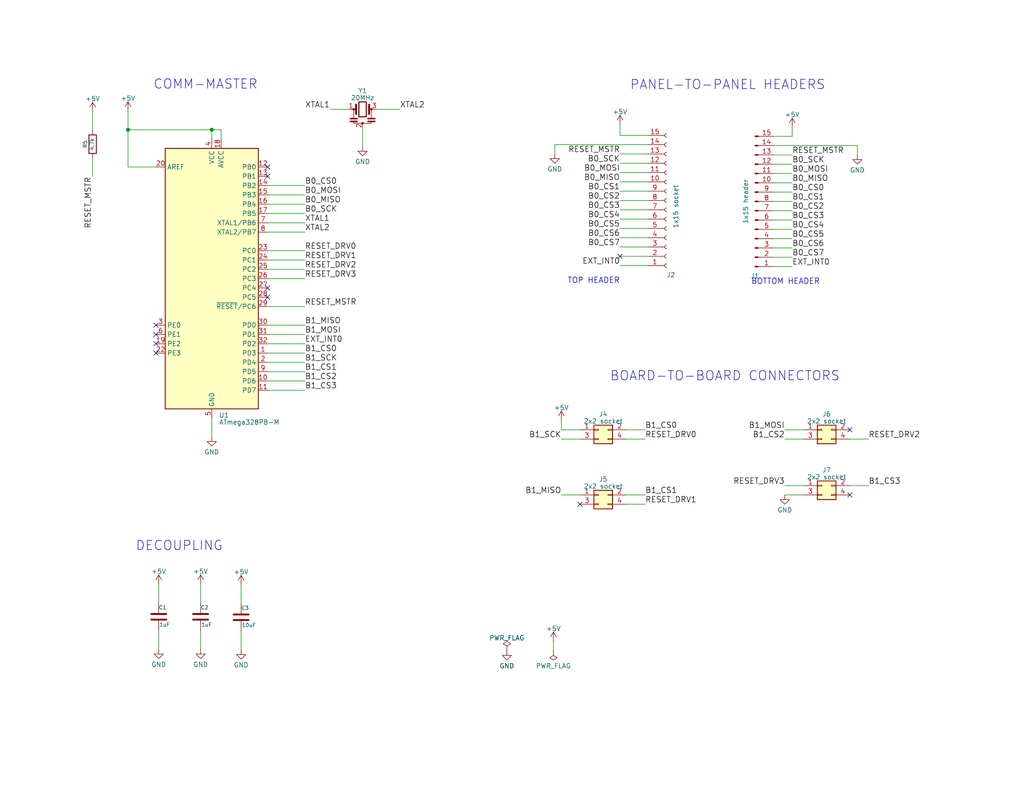
<source format=kicad_sch>
(kicad_sch (version 20250114) (generator "eeschema") (generator_version "9.0")
  (paper "USLetter")
  (title_block (title "G4.1 Comm Board") (date "2024-07-29") (rev "0.6.3") (company "Reiser Lab @ Janelia"))
  (lib_symbols
    (symbol "Connector:Conn_01x15_Pin" (pin_names (offset 1.016) (hide yes))
      (property "Reference" "J" (at 0 20.32 0))
      (property "Value" "Conn_01x15_Pin" (at 0 -20.32 0))
      (symbol "Conn_01x15_Pin_1_1"
        (rectangle (start 0.8636 17.907) (end 0 17.653) (stroke (width 0.1524)) (fill (type outline)))
        (rectangle (start 0.8636 15.367) (end 0 15.113) (stroke (width 0.1524)) (fill (type outline)))
        (rectangle (start 0.8636 12.827) (end 0 12.573) (stroke (width 0.1524)) (fill (type outline)))
        (rectangle (start 0.8636 10.287) (end 0 10.033) (stroke (width 0.1524)) (fill (type outline)))
        (rectangle (start 0.8636 7.747) (end 0 7.493) (stroke (width 0.1524)) (fill (type outline)))
        (rectangle (start 0.8636 5.207) (end 0 4.953) (stroke (width 0.1524)) (fill (type outline)))
        (rectangle (start 0.8636 2.667) (end 0 2.413) (stroke (width 0.1524)) (fill (type outline)))
        (rectangle (start 0.8636 0.127) (end 0 -0.127) (stroke (width 0.1524)) (fill (type outline)))
        (rectangle (start 0.8636 -2.413) (end 0 -2.667) (stroke (width 0.1524)) (fill (type outline)))
        (rectangle (start 0.8636 -4.953) (end 0 -5.207) (stroke (width 0.1524)) (fill (type outline)))
        (rectangle (start 0.8636 -7.493) (end 0 -7.747) (stroke (width 0.1524)) (fill (type outline)))
        (rectangle (start 0.8636 -10.033) (end 0 -10.287) (stroke (width 0.1524)) (fill (type outline)))
        (rectangle (start 0.8636 -12.573) (end 0 -12.827) (stroke (width 0.1524)) (fill (type outline)))
        (rectangle (start 0.8636 -15.113) (end 0 -15.367) (stroke (width 0.1524)) (fill (type outline)))
        (rectangle (start 0.8636 -17.653) (end 0 -17.907) (stroke (width 0.1524)) (fill (type outline)))
        (polyline (pts (xy 1.27 17.78) (xy 0.8636 17.78)) (stroke (width 0.1524)))
        (polyline (pts (xy 1.27 15.24) (xy 0.8636 15.24)) (stroke (width 0.1524)))
        (polyline (pts (xy 1.27 12.7) (xy 0.8636 12.7)) (stroke (width 0.1524)))
        (polyline (pts (xy 1.27 10.16) (xy 0.8636 10.16)) (stroke (width 0.1524)))
        (polyline (pts (xy 1.27 7.62) (xy 0.8636 7.62)) (stroke (width 0.1524)))
        (polyline (pts (xy 1.27 5.08) (xy 0.8636 5.08)) (stroke (width 0.1524)))
        (polyline (pts (xy 1.27 2.54) (xy 0.8636 2.54)) (stroke (width 0.1524)))
        (polyline (pts (xy 1.27 0) (xy 0.8636 0)) (stroke (width 0.1524)))
        (polyline (pts (xy 1.27 -2.54) (xy 0.8636 -2.54)) (stroke (width 0.1524)))
        (polyline (pts (xy 1.27 -5.08) (xy 0.8636 -5.08)) (stroke (width 0.1524)))
        (polyline (pts (xy 1.27 -7.62) (xy 0.8636 -7.62)) (stroke (width 0.1524)))
        (polyline (pts (xy 1.27 -10.16) (xy 0.8636 -10.16)) (stroke (width 0.1524)))
        (polyline (pts (xy 1.27 -12.7) (xy 0.8636 -12.7)) (stroke (width 0.1524)))
        (polyline (pts (xy 1.27 -15.24) (xy 0.8636 -15.24)) (stroke (width 0.1524)))
        (polyline (pts (xy 1.27 -17.78) (xy 0.8636 -17.78)) (stroke (width 0.1524)))
        (pin passive line (at 5.08 17.78 180) (length 3.81) (name "Pin_1") (number "1"))
        (pin passive line (at 5.08 15.24 180) (length 3.81) (name "Pin_2") (number "2"))
        (pin passive line (at 5.08 12.7 180) (length 3.81) (name "Pin_3") (number "3"))
        (pin passive line (at 5.08 10.16 180) (length 3.81) (name "Pin_4") (number "4"))
        (pin passive line (at 5.08 7.62 180) (length 3.81) (name "Pin_5") (number "5"))
        (pin passive line (at 5.08 5.08 180) (length 3.81) (name "Pin_6") (number "6"))
        (pin passive line (at 5.08 2.54 180) (length 3.81) (name "Pin_7") (number "7"))
        (pin passive line (at 5.08 0 180) (length 3.81) (name "Pin_8") (number "8"))
        (pin passive line (at 5.08 -2.54 180) (length 3.81) (name "Pin_9") (number "9"))
        (pin passive line (at 5.08 -5.08 180) (length 3.81) (name "Pin_10") (number "10"))
        (pin passive line (at 5.08 -7.62 180) (length 3.81) (name "Pin_11") (number "11"))
        (pin passive line (at 5.08 -10.16 180) (length 3.81) (name "Pin_12") (number "12"))
        (pin passive line (at 5.08 -12.7 180) (length 3.81) (name "Pin_13") (number "13"))
        (pin passive line (at 5.08 -15.24 180) (length 3.81) (name "Pin_14") (number "14"))
        (pin passive line (at 5.08 -17.78 180) (length 3.81) (name "Pin_15") (number "15"))
      )
    )
    (symbol "Connector:Conn_01x15_Socket" (pin_names (offset 1.016) (hide yes))
      (property "Reference" "J" (at 0 20.32 0))
      (property "Value" "Conn_01x15_Socket" (at 0 -20.32 0))
      (symbol "Conn_01x15_Socket_1_1"
        (polyline (pts (xy -1.27 17.78) (xy -0.508 17.78)) (stroke (width 0.1524)))
        (polyline (pts (xy -1.27 15.24) (xy -0.508 15.24)) (stroke (width 0.1524)))
        (polyline (pts (xy -1.27 12.7) (xy -0.508 12.7)) (stroke (width 0.1524)))
        (polyline (pts (xy -1.27 10.16) (xy -0.508 10.16)) (stroke (width 0.1524)))
        (polyline (pts (xy -1.27 7.62) (xy -0.508 7.62)) (stroke (width 0.1524)))
        (polyline (pts (xy -1.27 5.08) (xy -0.508 5.08)) (stroke (width 0.1524)))
        (polyline (pts (xy -1.27 2.54) (xy -0.508 2.54)) (stroke (width 0.1524)))
        (polyline (pts (xy -1.27 0) (xy -0.508 0)) (stroke (width 0.1524)))
        (polyline (pts (xy -1.27 -2.54) (xy -0.508 -2.54)) (stroke (width 0.1524)))
        (polyline (pts (xy -1.27 -5.08) (xy -0.508 -5.08)) (stroke (width 0.1524)))
        (polyline (pts (xy -1.27 -7.62) (xy -0.508 -7.62)) (stroke (width 0.1524)))
        (polyline (pts (xy -1.27 -10.16) (xy -0.508 -10.16)) (stroke (width 0.1524)))
        (polyline (pts (xy -1.27 -12.7) (xy -0.508 -12.7)) (stroke (width 0.1524)))
        (polyline (pts (xy -1.27 -15.24) (xy -0.508 -15.24)) (stroke (width 0.1524)))
        (polyline (pts (xy -1.27 -17.78) (xy -0.508 -17.78)) (stroke (width 0.1524)))
        (arc (start 0 17.272) (mid -0.5058 17.78) (end 0 18.288) (stroke (width 0.1524)))
        (arc (start 0 14.732) (mid -0.5058 15.24) (end 0 15.748) (stroke (width 0.1524)))
        (arc (start 0 12.192) (mid -0.5058 12.7) (end 0 13.208) (stroke (width 0.1524)))
        (arc (start 0 9.652) (mid -0.5058 10.16) (end 0 10.668) (stroke (width 0.1524)))
        (arc (start 0 7.112) (mid -0.5058 7.62) (end 0 8.128) (stroke (width 0.1524)))
        (arc (start 0 4.572) (mid -0.5058 5.08) (end 0 5.588) (stroke (width 0.1524)))
        (arc (start 0 2.032) (mid -0.5058 2.54) (end 0 3.048) (stroke (width 0.1524)))
        (arc (start 0 -0.508) (mid -0.5058 0) (end 0 0.508) (stroke (width 0.1524)))
        (arc (start 0 -3.048) (mid -0.5058 -2.54) (end 0 -2.032) (stroke (width 0.1524)))
        (arc (start 0 -5.588) (mid -0.5058 -5.08) (end 0 -4.572) (stroke (width 0.1524)))
        (arc (start 0 -8.128) (mid -0.5058 -7.62) (end 0 -7.112) (stroke (width 0.1524)))
        (arc (start 0 -10.668) (mid -0.5058 -10.16) (end 0 -9.652) (stroke (width 0.1524)))
        (arc (start 0 -13.208) (mid -0.5058 -12.7) (end 0 -12.192) (stroke (width 0.1524)))
        (arc (start 0 -15.748) (mid -0.5058 -15.24) (end 0 -14.732) (stroke (width 0.1524)))
        (arc (start 0 -18.288) (mid -0.5058 -17.78) (end 0 -17.272) (stroke (width 0.1524)))
        (pin passive line (at -5.08 17.78 0) (length 3.81) (name "Pin_1") (number "1"))
        (pin passive line (at -5.08 15.24 0) (length 3.81) (name "Pin_2") (number "2"))
        (pin passive line (at -5.08 12.7 0) (length 3.81) (name "Pin_3") (number "3"))
        (pin passive line (at -5.08 10.16 0) (length 3.81) (name "Pin_4") (number "4"))
        (pin passive line (at -5.08 7.62 0) (length 3.81) (name "Pin_5") (number "5"))
        (pin passive line (at -5.08 5.08 0) (length 3.81) (name "Pin_6") (number "6"))
        (pin passive line (at -5.08 2.54 0) (length 3.81) (name "Pin_7") (number "7"))
        (pin passive line (at -5.08 0 0) (length 3.81) (name "Pin_8") (number "8"))
        (pin passive line (at -5.08 -2.54 0) (length 3.81) (name "Pin_9") (number "9"))
        (pin passive line (at -5.08 -5.08 0) (length 3.81) (name "Pin_10") (number "10"))
        (pin passive line (at -5.08 -7.62 0) (length 3.81) (name "Pin_11") (number "11"))
        (pin passive line (at -5.08 -10.16 0) (length 3.81) (name "Pin_12") (number "12"))
        (pin passive line (at -5.08 -12.7 0) (length 3.81) (name "Pin_13") (number "13"))
        (pin passive line (at -5.08 -15.24 0) (length 3.81) (name "Pin_14") (number "14"))
        (pin passive line (at -5.08 -17.78 0) (length 3.81) (name "Pin_15") (number "15"))
      )
    )
    (symbol "Connector_Generic:Conn_02x02_Odd_Even" (pin_names (offset 1.016) (hide yes))
      (property "Reference" "J" (at 1.27 2.54 0))
      (property "Value" "Conn_02x02_Odd_Even" (at 1.27 -5.08 0))
      (symbol "Conn_02x02_Odd_Even_1_1"
        (rectangle (start -1.27 1.27) (end 3.81 -3.81) (stroke (width 0.254)) (fill (type background)))
        (rectangle (start -1.27 0.127) (end 0 -0.127) (stroke (width 0.1524)))
        (rectangle (start -1.27 -2.413) (end 0 -2.667) (stroke (width 0.1524)))
        (rectangle (start 3.81 0.127) (end 2.54 -0.127) (stroke (width 0.1524)))
        (rectangle (start 3.81 -2.413) (end 2.54 -2.667) (stroke (width 0.1524)))
        (pin passive line (at -5.08 0 0) (length 3.81) (name "Pin_1") (number "1"))
        (pin passive line (at -5.08 -2.54 0) (length 3.81) (name "Pin_3") (number "3"))
        (pin passive line (at 7.62 0 180) (length 3.81) (name "Pin_2") (number "2"))
        (pin passive line (at 7.62 -2.54 180) (length 3.81) (name "Pin_4") (number "4"))
      )
    )
    (symbol "Device:C" (pin_numbers (hide yes)) (pin_names (offset 0.254))
      (property "Reference" "C" (at 0.635 2.54 0))
      (property "Value" "C" (at 0.635 -2.54 0))
      (symbol "C_0_1"
        (polyline (pts (xy -2.032 0.762) (xy 2.032 0.762)) (stroke (width 0.508)))
        (polyline (pts (xy -2.032 -0.762) (xy 2.032 -0.762)) (stroke (width 0.508)))
      )
      (symbol "C_1_1"
        (pin passive line (at 0 3.81 270) (length 2.794) (name "~") (number "1"))
        (pin passive line (at 0 -3.81 90) (length 2.794) (name "~") (number "2"))
      )
    )
    (symbol "Device:R" (pin_numbers (hide yes)) (pin_names (offset 0))
      (property "Reference" "R" (at 2.032 0 90))
      (property "Value" "R" (at 0 0 90))
      (symbol "R_0_1"
        (rectangle (start -1.016 -2.54) (end 1.016 2.54) (stroke (width 0.254)))
      )
      (symbol "R_1_1"
        (pin passive line (at 0 3.81 270) (length 1.27) (name "~") (number "1"))
        (pin passive line (at 0 -3.81 90) (length 1.27) (name "~") (number "2"))
      )
    )
    (symbol "Device:Resonator" (pin_names (offset 1.016) (hide yes))
      (property "Reference" "Y" (at 0 5.715 0))
      (property "Value" "Resonator" (at 0 3.81 0))
      (symbol "Resonator_0_1"
        (rectangle (start -3.429 -2.413) (end -1.397 -2.667) (fill (type outline)))
        (rectangle (start -3.429 -3.175) (end -1.397 -3.429) (fill (type outline)))
        (circle (center -2.413 0) (radius 0.254) (fill (type outline)))
        (polyline (pts (xy -2.413 -2.413) (xy -2.413 0)))
        (polyline (pts (xy -1.905 0) (xy -3.175 0)))
        (polyline (pts (xy -1.778 -1.27) (xy -1.778 1.27)) (stroke (width 0.508)))
        (rectangle (start -1.016 2.032) (end 1.016 -2.032) (stroke (width 0.3048)))
        (circle (center 0 -3.81) (radius 0.254) (fill (type outline)))
        (rectangle (start 1.397 -2.413) (end 3.429 -2.667) (fill (type outline)))
        (rectangle (start 1.397 -3.175) (end 3.429 -3.429) (fill (type outline)))
        (polyline (pts (xy 1.778 -1.27) (xy 1.778 1.27)) (stroke (width 0.508)))
        (polyline (pts (xy 1.905 0) (xy 2.54 0)))
        (polyline (pts (xy 2.413 0) (xy 2.413 -2.54)))
        (circle (center 2.413 0) (radius 0.254) (fill (type outline)))
        (polyline (pts (xy 2.413 -3.302) (xy 2.413 -3.81) (xy -2.413 -3.81) (xy -2.413 -3.302)))
      )
      (symbol "Resonator_1_1"
        (pin passive line (at -3.81 0 0) (length 1.27) (name "1") (number "1"))
        (pin passive line (at 0 -5.08 90) (length 1.27) (name "2") (number "2"))
        (pin passive line (at 3.81 0 180) (length 1.27) (name "3") (number "3"))
      )
    )
    (symbol "MCU_Microchip_ATmega:ATmega328PB-M"
      (property "Reference" "U" (at -12.7 36.83 0))
      (property "Value" "ATmega328PB-M" (at 2.54 -36.83 0))
      (symbol "ATmega328PB-M_0_1"
        (rectangle (start -12.7 -35.56) (end 12.7 35.56) (stroke (width 0.254)) (fill (type background)))
      )
      (symbol "ATmega328PB-M_1_1"
        (pin passive line (at -15.24 30.48 0) (length 2.54) (name "AREF") (number "20"))
        (pin bidirectional line (at -15.24 -12.7 0) (length 2.54) (name "PE0") (number "3"))
        (pin bidirectional line (at -15.24 -15.24 0) (length 2.54) (name "PE1") (number "6"))
        (pin bidirectional line (at -15.24 -17.78 0) (length 2.54) (name "PE2") (number "19"))
        (pin bidirectional line (at -15.24 -20.32 0) (length 2.54) (name "PE3") (number "22"))
        (pin power_in line (at 0 38.1 270) (length 2.54) (name "VCC") (number "4"))
        (pin passive line (at 0 -38.1 90) (length 2.54) (hide yes) (name "GND") (number "21"))
        (pin passive line (at 0 -38.1 90) (length 2.54) (hide yes) (name "GND") (number "33"))
        (pin power_in line (at 0 -38.1 90) (length 2.54) (name "GND") (number "5"))
        (pin power_in line (at 2.54 38.1 270) (length 2.54) (name "AVCC") (number "18"))
        (pin bidirectional line (at 15.24 30.48 180) (length 2.54) (name "PB0") (number "12"))
        (pin bidirectional line (at 15.24 27.94 180) (length 2.54) (name "PB1") (number "13"))
        (pin bidirectional line (at 15.24 25.4 180) (length 2.54) (name "PB2") (number "14"))
        (pin bidirectional line (at 15.24 22.86 180) (length 2.54) (name "PB3") (number "15"))
        (pin bidirectional line (at 15.24 20.32 180) (length 2.54) (name "PB4") (number "16"))
        (pin bidirectional line (at 15.24 17.78 180) (length 2.54) (name "PB5") (number "17"))
        (pin bidirectional line (at 15.24 15.24 180) (length 2.54) (name "XTAL1/PB6") (number "7"))
        (pin bidirectional line (at 15.24 12.7 180) (length 2.54) (name "XTAL2/PB7") (number "8"))
        (pin bidirectional line (at 15.24 7.62 180) (length 2.54) (name "PC0") (number "23"))
        (pin bidirectional line (at 15.24 5.08 180) (length 2.54) (name "PC1") (number "24"))
        (pin bidirectional line (at 15.24 2.54 180) (length 2.54) (name "PC2") (number "25"))
        (pin bidirectional line (at 15.24 0 180) (length 2.54) (name "PC3") (number "26"))
        (pin bidirectional line (at 15.24 -2.54 180) (length 2.54) (name "PC4") (number "27"))
        (pin bidirectional line (at 15.24 -5.08 180) (length 2.54) (name "PC5") (number "28"))
        (pin bidirectional line (at 15.24 -7.62 180) (length 2.54) (name "~{RESET}/PC6") (number "29"))
        (pin bidirectional line (at 15.24 -12.7 180) (length 2.54) (name "PD0") (number "30"))
        (pin bidirectional line (at 15.24 -15.24 180) (length 2.54) (name "PD1") (number "31"))
        (pin bidirectional line (at 15.24 -17.78 180) (length 2.54) (name "PD2") (number "32"))
        (pin bidirectional line (at 15.24 -20.32 180) (length 2.54) (name "PD3") (number "1"))
        (pin bidirectional line (at 15.24 -22.86 180) (length 2.54) (name "PD4") (number "2"))
        (pin bidirectional line (at 15.24 -25.4 180) (length 2.54) (name "PD5") (number "9"))
        (pin bidirectional line (at 15.24 -27.94 180) (length 2.54) (name "PD6") (number "10"))
        (pin bidirectional line (at 15.24 -30.48 180) (length 2.54) (name "PD7") (number "11"))
      )
    )
    (symbol "power:+5V" (power) (pin_names (offset 0))
      (property "Value" "+5V" (at 0 3.556 0))
      (symbol "+5V_0_1"
        (polyline (pts (xy -0.762 1.27) (xy 0 2.54)))
        (polyline (pts (xy 0 2.54) (xy 0.762 1.27)))
        (polyline (pts (xy 0 0) (xy 0 2.54)))
      )
      (symbol "+5V_1_1"
        (pin power_in line (at 0 0 90) (length 0) (hide yes) (name "+5V") (number "1"))
      )
    )
    (symbol "power:GND" (power) (pin_names (offset 0))
      (property "Value" "GND" (at 0 -3.81 0))
      (symbol "GND_0_1"
        (polyline (pts (xy 0 0) (xy 0 -1.27) (xy 1.27 -1.27) (xy 0 -2.54) (xy -1.27 -1.27) (xy 0 -1.27)))
      )
      (symbol "GND_1_1"
        (pin power_in line (at 0 0 270) (length 0) (hide yes) (name "GND") (number "1"))
      )
    )
    (symbol "power:PWR_FLAG" (power) (pin_numbers (hide yes)) (pin_names (offset 0) (hide yes))
      (property "Value" "PWR_FLAG" (at 0 3.81 0))
      (symbol "PWR_FLAG_0_0"
        (pin power_out line (at 0 0 90) (length 0) (name "pwr") (number "1"))
      )
      (symbol "PWR_FLAG_0_1"
        (polyline (pts (xy 0 0) (xy 0 1.27) (xy -1.016 1.905) (xy 0 2.54) (xy 1.016 1.905) (xy 0 1.27)))
      )
    )
  )
  (text "PANEL-TO-PANEL HEADERS" (at 171.831 24.765 0) (effects (font (size 2.54 2.54)) (justify left bottom)))
  (text "TOP HEADER" (at 169.164 77.597 0) (effects (font (size 1.524 1.524)) (justify right bottom)))
  (text "COMM-MASTER" (at 41.783 24.638 0) (effects (font (size 2.54 2.54)) (justify left bottom)))
  (text "DECOUPLING" (at 36.957 150.622 0) (effects (font (size 2.54 2.54)) (justify left bottom)))
  (text "BOTTOM HEADER" (at 223.774 77.851 0) (effects (font (size 1.524 1.524)) (justify right bottom)))
  (text "BOARD-TO-BOARD CONNECTORS" (at 166.37 104.267 0) (effects (font (size 2.54 2.54)) (justify left bottom)))
  (junction (at 57.785 35.433))
  (junction (at 34.925 35.433))
  (no_connect (at 169.164 69.977))
  (no_connect (at 73.025 48.133))
  (no_connect (at 231.902 135.128))
  (no_connect (at 158.242 137.668))
  (no_connect (at 231.902 117.348))
  (no_connect (at 42.545 96.393))
  (no_connect (at 42.545 93.853))
  (no_connect (at 73.025 78.613))
  (no_connect (at 73.025 81.153))
  (no_connect (at 42.545 88.773))
  (no_connect (at 73.025 45.593))
  (no_connect (at 42.545 91.313))
  (wire (pts (xy 211.074 37.211) (xy 216.154 37.211)))
  (wire (pts (xy 211.074 52.451) (xy 216.154 52.451)))
  (wire (pts (xy 42.545 45.593) (xy 34.925 45.593)))
  (wire (pts (xy 216.154 34.798) (xy 216.154 37.211)))
  (wire (pts (xy 169.164 72.517) (xy 176.784 72.517)))
  (wire (pts (xy 98.933 34.925) (xy 98.933 40.005)))
  (wire (pts (xy 211.074 42.291) (xy 216.154 42.291)))
  (wire (pts (xy 54.737 159.512) (xy 54.737 164.592)))
  (wire (pts (xy 151.384 39.497) (xy 176.784 39.497)))
  (wire (pts (xy 57.785 35.433) (xy 60.325 35.433)))
  (wire (pts (xy 73.025 83.693) (xy 83.185 83.693)))
  (wire (pts (xy 169.164 47.117) (xy 176.784 47.117)))
  (wire (pts (xy 214.122 132.588) (xy 219.202 132.588)))
  (wire (pts (xy 169.164 57.277) (xy 176.784 57.277)))
  (wire (pts (xy 73.025 91.313) (xy 83.185 91.313)))
  (wire (pts (xy 211.074 70.231) (xy 216.154 70.231)))
  (wire (pts (xy 153.162 114.808) (xy 153.162 117.348)))
  (wire (pts (xy 170.942 137.668) (xy 176.022 137.668)))
  (wire (pts (xy 169.164 52.197) (xy 176.784 52.197)))
  (wire (pts (xy 211.074 62.611) (xy 216.154 62.611)))
  (wire (pts (xy 153.162 119.888) (xy 158.242 119.888)))
  (wire (pts (xy 214.122 135.128) (xy 219.202 135.128)))
  (wire (pts (xy 73.025 106.553) (xy 83.185 106.553)))
  (wire (pts (xy 211.074 54.991) (xy 216.154 54.991)))
  (wire (pts (xy 65.786 172.339) (xy 65.786 177.419)))
  (wire (pts (xy 73.025 63.373) (xy 83.185 63.373)))
  (wire (pts (xy 43.307 172.212) (xy 43.307 177.292)))
  (wire (pts (xy 214.122 119.888) (xy 219.202 119.888)))
  (wire (pts (xy 169.164 69.977) (xy 176.784 69.977)))
  (wire (pts (xy 73.025 60.833) (xy 83.185 60.833)))
  (wire (pts (xy 169.164 34.036) (xy 169.164 36.957)))
  (wire (pts (xy 57.785 37.973) (xy 57.785 35.433)))
  (wire (pts (xy 73.025 93.853) (xy 83.185 93.853)))
  (wire (pts (xy 73.025 98.933) (xy 83.185 98.933)))
  (wire (pts (xy 211.074 39.751) (xy 233.934 39.751)))
  (wire (pts (xy 231.902 119.888) (xy 236.982 119.888)))
  (wire (pts (xy 151.384 39.497) (xy 151.384 42.037)))
  (wire (pts (xy 73.025 88.773) (xy 83.185 88.773)))
  (wire (pts (xy 102.743 29.845) (xy 109.093 29.845)))
  (wire (pts (xy 73.025 101.473) (xy 83.185 101.473)))
  (wire (pts (xy 170.942 119.888) (xy 176.022 119.888)))
  (wire (pts (xy 158.242 117.348) (xy 153.162 117.348)))
  (wire (pts (xy 233.934 39.751) (xy 233.934 42.291)))
  (wire (pts (xy 211.074 57.531) (xy 216.154 57.531)))
  (wire (pts (xy 169.164 59.817) (xy 176.784 59.817)))
  (wire (pts (xy 169.164 64.897) (xy 176.784 64.897)))
  (wire (pts (xy 25.273 30.48) (xy 25.273 35.56)))
  (wire (pts (xy 34.925 35.433) (xy 34.925 45.593)))
  (wire (pts (xy 60.325 37.973) (xy 60.325 35.433)))
  (wire (pts (xy 169.164 67.437) (xy 176.784 67.437)))
  (wire (pts (xy 73.025 50.673) (xy 83.185 50.673)))
  (wire (pts (xy 231.902 132.588) (xy 236.982 132.588)))
  (wire (pts (xy 25.273 43.18) (xy 25.273 48.26)))
  (wire (pts (xy 169.164 62.357) (xy 176.784 62.357)))
  (wire (pts (xy 169.164 49.657) (xy 176.784 49.657)))
  (wire (pts (xy 169.164 44.577) (xy 176.784 44.577)))
  (wire (pts (xy 65.786 159.639) (xy 65.786 164.719)))
  (wire (pts (xy 169.164 54.737) (xy 176.784 54.737)))
  (wire (pts (xy 34.925 35.433) (xy 57.785 35.433)))
  (wire (pts (xy 153.162 135.128) (xy 158.242 135.128)))
  (wire (pts (xy 170.942 117.348) (xy 176.022 117.348)))
  (wire (pts (xy 214.122 117.348) (xy 219.202 117.348)))
  (wire (pts (xy 73.025 73.533) (xy 83.185 73.533)))
  (wire (pts (xy 211.074 49.911) (xy 216.154 49.911)))
  (wire (pts (xy 73.025 104.013) (xy 83.185 104.013)))
  (wire (pts (xy 211.074 65.151) (xy 216.154 65.151)))
  (wire (pts (xy 90.043 29.845) (xy 95.123 29.845)))
  (wire (pts (xy 57.785 114.173) (xy 57.785 119.253)))
  (wire (pts (xy 73.025 53.213) (xy 83.185 53.213)))
  (wire (pts (xy 73.025 96.393) (xy 83.185 96.393)))
  (wire (pts (xy 73.025 70.993) (xy 83.185 70.993)))
  (wire (pts (xy 43.307 159.512) (xy 43.307 164.592)))
  (wire (pts (xy 211.074 60.071) (xy 216.154 60.071)))
  (wire (pts (xy 73.025 55.753) (xy 83.185 55.753)))
  (wire (pts (xy 211.074 72.771) (xy 216.154 72.771)))
  (wire (pts (xy 73.025 76.073) (xy 83.185 76.073)))
  (wire (pts (xy 73.025 58.293) (xy 83.185 58.293)))
  (wire (pts (xy 170.942 135.128) (xy 176.022 135.128)))
  (wire (pts (xy 169.164 42.037) (xy 176.784 42.037)))
  (wire (pts (xy 169.164 36.957) (xy 176.784 36.957)))
  (wire (pts (xy 211.074 44.831) (xy 216.154 44.831)))
  (wire (pts (xy 54.737 172.212) (xy 54.737 177.292)))
  (wire (pts (xy 34.925 30.353) (xy 34.925 35.433)))
  (wire (pts (xy 151.003 175.133) (xy 151.003 177.673)))
  (wire (pts (xy 211.074 47.371) (xy 216.154 47.371)))
  (wire (pts (xy 211.074 67.691) (xy 216.154 67.691)))
  (wire (pts (xy 73.025 68.453) (xy 83.185 68.453)))
  (label "B0_CS0" (at 83.185 50.673 0) (effects (font (size 1.524 1.524))))
  (label "B0_CS1" (at 169.164 52.197 180) (effects (font (size 1.524 1.524))))
  (label "B0_CS4" (at 169.164 59.817 180) (effects (font (size 1.524 1.524))))
  (label "B0_SCK" (at 216.154 44.831 0) (effects (font (size 1.524 1.524))))
  (label "B0_CS0" (at 216.154 52.451 0) (effects (font (size 1.524 1.524))))
  (label "RESET_DRV1" (at 176.022 137.668 0) (effects (font (size 1.524 1.524))))
  (label "XTAL2" (at 109.093 29.845 0) (effects (font (size 1.524 1.524))))
  (label "B0_CS5" (at 169.164 62.357 180) (effects (font (size 1.524 1.524))))
  (label "XTAL2" (at 83.185 63.373 0) (effects (font (size 1.524 1.524))))
  (label "RESET_DRV3" (at 83.185 76.073 0) (effects (font (size 1.524 1.524))))
  (label "B1_CS0" (at 176.022 117.348 0) (effects (font (size 1.524 1.524))))
  (label "B0_CS2" (at 216.154 57.531 0) (effects (font (size 1.524 1.524))))
  (label "B0_CS1" (at 216.154 54.991 0) (effects (font (size 1.524 1.524))))
  (label "RESET_MSTR" (at 25.273 48.26 270) (effects (font (size 1.524 1.524))))
  (label "RESET_MSTR" (at 83.185 83.693 0) (effects (font (size 1.524 1.524))))
  (label "B0_MOSI" (at 83.185 53.213 0) (effects (font (size 1.524 1.524))))
  (label "B0_MOSI" (at 216.154 47.371 0) (effects (font (size 1.524 1.524))))
  (label "EXT_INT0" (at 83.185 93.853 0) (effects (font (size 1.524 1.524))))
  (label "B1_CS2" (at 83.185 104.013 0) (effects (font (size 1.524 1.524))))
  (label "B1_CS1" (at 176.022 135.128 0) (effects (font (size 1.524 1.524))))
  (label "B0_MISO" (at 169.164 49.657 180) (effects (font (size 1.524 1.524))))
  (label "B0_CS4" (at 216.154 62.611 0) (effects (font (size 1.524 1.524))))
  (label "B0_CS2" (at 169.164 54.737 180) (effects (font (size 1.524 1.524))))
  (label "RESET_DRV0" (at 83.185 68.453 0) (effects (font (size 1.524 1.524))))
  (label "B0_MISO" (at 83.185 55.753 0) (effects (font (size 1.524 1.524))))
  (label "B0_CS6" (at 216.154 67.691 0) (effects (font (size 1.524 1.524))))
  (label "B1_CS2" (at 214.122 119.888 180) (effects (font (size 1.524 1.524))))
  (label "B1_CS3" (at 83.185 106.553 0) (effects (font (size 1.524 1.524))))
  (label "B1_CS1" (at 83.185 101.473 0) (effects (font (size 1.524 1.524))))
  (label "B0_CS7" (at 216.154 70.231 0) (effects (font (size 1.524 1.524))))
  (label "B0_CS5" (at 216.154 65.151 0) (effects (font (size 1.524 1.524))))
  (label "RESET_MSTR" (at 169.164 42.037 180) (effects (font (size 1.524 1.524))))
  (label "RESET_MSTR" (at 216.154 42.291 0) (effects (font (size 1.524 1.524))))
  (label "RESET_DRV1" (at 83.185 70.993 0) (effects (font (size 1.524 1.524))))
  (label "B1_SCK" (at 153.162 119.888 180) (effects (font (size 1.524 1.524))))
  (label "XTAL1" (at 83.185 60.833 0) (effects (font (size 1.524 1.524))))
  (label "B1_CS0" (at 83.185 96.393 0) (effects (font (size 1.524 1.524))))
  (label "B0_SCK" (at 169.164 44.577 180) (effects (font (size 1.524 1.524))))
  (label "B0_CS6" (at 169.164 64.897 180) (effects (font (size 1.524 1.524))))
  (label "B1_MISO" (at 153.162 135.128 180) (effects (font (size 1.524 1.524))))
  (label "XTAL1" (at 90.043 29.845 180) (effects (font (size 1.524 1.524))))
  (label "B0_SCK" (at 83.185 58.293 0) (effects (font (size 1.524 1.524))))
  (label "B0_CS7" (at 169.164 67.437 180) (effects (font (size 1.524 1.524))))
  (label "RESET_DRV0" (at 176.022 119.888 0) (effects (font (size 1.524 1.524))))
  (label "RESET_DRV2" (at 236.982 119.888 0) (effects (font (size 1.524 1.524))))
  (label "B1_SCK" (at 83.185 98.933 0) (effects (font (size 1.524 1.524))))
  (label "B0_MOSI" (at 169.164 47.117 180) (effects (font (size 1.524 1.524))))
  (label "EXT_INT0" (at 216.154 72.771 0) (effects (font (size 1.524 1.524))))
  (label "B1_MOSI" (at 214.122 117.348 180) (effects (font (size 1.524 1.524))))
  (label "B1_MISO" (at 83.185 88.773 0) (effects (font (size 1.524 1.524))))
  (label "B0_MISO" (at 216.154 49.911 0) (effects (font (size 1.524 1.524))))
  (label "B1_MOSI" (at 83.185 91.313 0) (effects (font (size 1.524 1.524))))
  (label "B1_CS3" (at 236.982 132.588 0) (effects (font (size 1.524 1.524))))
  (label "RESET_DRV2" (at 83.185 73.533 0) (effects (font (size 1.524 1.524))))
  (label "B0_CS3" (at 216.154 60.071 0) (effects (font (size 1.524 1.524))))
  (label "RESET_DRV3" (at 214.122 132.588 180) (effects (font (size 1.524 1.524))))
  (label "EXT_INT0" (at 169.164 72.517 180) (effects (font (size 1.524 1.524))))
  (label "B0_CS3" (at 169.164 57.277 180) (effects (font (size 1.524 1.524))))
  (symbol (lib_id "Device:R") (at 25.273 39.37 180) (unit 1)
    (property "Reference" "R5" (at 23.241 39.37 90) (effects (font (size 1.016 1.016))))
    (property "Value" "4.7k" (at 25.0952 39.3954 90) (effects (font (size 1.016 1.016))))
    (property "Footprint" "Resistor_SMD:R_0603_1608Metric" (effects (hide yes)))
    (property "Datasheet" "https://www.yageo.com/upload/media/product/productsearch/datasheet/rchip/PYu-RC_Group_51_RoHS_L_12.pdf" (effects (hide yes)))
    (property "PN" "RC0603JR-074K7L" (effects (hide yes)))
    (property "DigiKey PN" "311-4.7KGRCT-ND" (effects (hide yes)))
    (property "LCSC PN" "C105428" (effects (hide yes)))
  )
  (symbol (lib_id "Device:C") (at 43.307 168.402 0) (unit 1)
    (property "Reference" "C1" (at 43.307 165.862 0) (effects (font (size 1.016 1.016)) (justify left)))
    (property "Value" "1uF" (at 43.4594 170.561 0) (effects (font (size 1.016 1.016)) (justify left)))
    (property "Footprint" "Capacitor_SMD:C_0402_1005Metric" (effects (hide yes)))
    (property "Datasheet" "https://media.digikey.com/pdf/Data%20Sheets/Samsung%20PDFs/CL10B104KO8NNNC_Spec.pdf" (effects (hide yes)))
    (property "PN" "CL10B104KO8NNNC" (effects (hide yes)))
    (property "DigiKey PN" "1276-1067-1-ND" (effects (hide yes)))
    (property "LCSC PN" "C5137499" (effects (hide yes)))
  )
  (symbol (lib_id "Connector_Generic:Conn_02x02_Odd_Even") (at 163.322 135.128 0) (unit 1)
    (property "Reference" "J5" (at 164.592 130.8481 0))
    (property "Value" "2x2 socket" (at 164.592 132.7691 0))
    (property "Footprint" "Connector_PinSocket_2.54mm:PinSocket_2x02_P2.54mm_Vertical" (effects (hide yes)))
    (property "Datasheet" "https://www.te.com/commerce/DocumentDelivery/DDEController?Action=srchrtrv&DocNm=535542&DocType=Customer+Drawing&DocLang=English" (effects (hide yes)))
    (property "PN" "5-535542-2" (effects (hide yes)))
    (property "DigiKey PN" "A125237-ND" (effects (hide yes)))
    (property "LCSC PN" "C718234" (effects (hide yes)))
    (property "LCSC Alternative 2" "C92273" (effects (hide yes)))
  )
  (symbol (lib_id "power:+5V") (at 54.737 159.512 0) (unit 1)
    (property "Reference" "#PWR014" (effects (hide yes)))
    (property "Value" "+5V" (at 54.737 156.0101 0))
  )
  (symbol (lib_id "power:GND") (at 57.785 119.253 0) (unit 1)
    (property "Reference" "#PWR011" (effects (hide yes)))
    (property "Value" "GND" (at 57.785 123.3885 0))
  )
  (symbol (lib_id "power:+5V") (at 216.154 34.798 0) (unit 1)
    (property "Reference" "#PWR06" (effects (hide yes)))
    (property "Value" "+5V" (at 216.154 31.2961 0))
  )
  (symbol (lib_id "Connector:Conn_01x15_Pin") (at 205.994 54.991 0) (mirror x) (unit 1)
    (property "Reference" "J1" (at 205.994 75.311 0))
    (property "Value" "1x15 header" (at 203.454 54.991 90))
    (property "Footprint" "Connector_custom:PinHeader_1x15_P2.54mm_Horizontal" (effects (hide yes)))
    (property "Datasheet" "https://app.adam-tech.com/products/download/data_sheet/201281/ph1rb-xx-ua-data-sheet.pdf" (effects (hide yes)))
    (property "PN" "PH1RB-15-UA" (effects (hide yes)))
    (property "DigiKey PN" "2057-PH1RB-15-UA-ND" (effects (hide yes)))
    (property "Alternative" "S1111EC-15-ND" (effects (hide yes)))
    (property "LCSC PN" "C247916" (effects (hide yes)))
  )
  (symbol (lib_id "power:GND") (at 54.737 177.292 0) (unit 1)
    (property "Reference" "#PWR018" (effects (hide yes)))
    (property "Value" "GND" (at 54.737 181.4275 0))
  )
  (symbol (lib_id "MCU_Microchip_ATmega:ATmega328PB-M") (at 57.785 76.073 0) (unit 1)
    (property "Reference" "U1" (at 59.7409 113.3555 0) (effects (justify left)))
    (property "Value" "ATmega328PB-M" (at 59.7409 115.2765 0) (effects (justify left)))
    (property "Footprint" "Package_DFN_QFN:QFN-32-1EP_5x5mm_P0.5mm_EP3.1x3.1mm" (effects (hide yes)))
    (property "Datasheet" "http://ww1.microchip.com/downloads/en/DeviceDoc/40001906C.pdf" (effects (hide yes)))
    (property "Description" "ATmega328P-MUR  or ATmega328PB-MUR" (effects (hide yes)))
    (property "PN" "ATmega328PB-MUR" (effects (hide yes)))
    (property "DigiKey PN" "ATMEGA328PB-MURCT-ND" (effects (hide yes)))
    (property "LCSC PN" "C2651951" (effects (hide yes)))
  )
  (symbol (lib_id "power:GND") (at 65.786 177.419 0) (unit 1)
    (property "Reference" "#PWR09" (effects (hide yes)))
    (property "Value" "GND" (at 65.786 181.5545 0))
  )
  (symbol (lib_id "Connector_Generic:Conn_02x02_Odd_Even") (at 163.322 117.348 0) (unit 1)
    (property "Reference" "J4" (at 164.592 113.0681 0))
    (property "Value" "2x2 socket" (at 164.592 114.9891 0))
    (property "Footprint" "Connector_PinSocket_2.54mm:PinSocket_2x02_P2.54mm_Vertical" (effects (hide yes)))
    (property "Datasheet" "https://www.te.com/commerce/DocumentDelivery/DDEController?Action=srchrtrv&DocNm=535542&DocType=Customer+Drawing&DocLang=English" (effects (hide yes)))
    (property "PN" "5-535542-2" (effects (hide yes)))
    (property "DigiKey PN" "A125237-ND" (effects (hide yes)))
    (property "LCSC PN" "C718234" (effects (hide yes)))
    (property "LCSC Alternative 2" "C92273" (effects (hide yes)))
  )
  (symbol (lib_id "power:GND") (at 233.934 42.291 0) (unit 1)
    (property "Reference" "#PWR04" (effects (hide yes)))
    (property "Value" "GND" (at 233.934 46.4265 0))
  )
  (symbol (lib_id "power:GND") (at 214.122 135.128 0) (unit 1)
    (property "Reference" "#PWR08" (effects (hide yes)))
    (property "Value" "GND" (at 214.122 139.2635 0))
  )
  (symbol (lib_id "power:GND") (at 98.933 40.005 0) (unit 1)
    (property "Reference" "#PWR03" (effects (hide yes)))
    (property "Value" "GND" (at 98.933 44.1405 0))
  )
  (symbol (lib_id "Device:C") (at 65.786 168.529 0) (unit 1)
    (property "Reference" "C3" (at 65.786 165.989 0) (effects (font (size 1.016 1.016)) (justify left)))
    (property "Value" "10uF" (at 65.9384 170.688 0) (effects (font (size 1.016 1.016)) (justify left)))
    (property "Footprint" "Capacitor_SMD:C_0805_2012Metric" (effects (hide yes)))
    (property "Datasheet" "https://media.digikey.com/pdf/Data%20Sheets/Samsung%20PDFs/CL10B104KO8NNNC_Spec.pdf" (effects (hide yes)))
    (property "PN" "CL10B104KO8NNNC" (effects (hide yes)))
    (property "DigiKey PN" "1276-1067-1-ND" (effects (hide yes)))
    (property "LCSC PN" "C66501" (effects (hide yes)))
  )
  (symbol (lib_id "power:+5V") (at 43.307 159.512 0) (unit 1)
    (property "Reference" "#PWR016" (effects (hide yes)))
    (property "Value" "+5V" (at 43.307 156.0101 0))
  )
  (symbol (lib_id "power:+5V") (at 25.273 30.48 0) (unit 1)
    (property "Reference" "#PWR02" (effects (hide yes)))
    (property "Value" "+5V" (at 25.273 26.9781 0))
  )
  (symbol (lib_id "power:+5V") (at 153.162 114.808 0) (unit 1)
    (property "Reference" "#PWR07" (effects (hide yes)))
    (property "Value" "+5V" (at 153.162 111.3061 0))
  )
  (symbol (lib_id "Device:C") (at 54.737 168.402 0) (unit 1)
    (property "Reference" "C2" (at 54.737 165.862 0) (effects (font (size 1.016 1.016)) (justify left)))
    (property "Value" "1uF" (at 54.8894 170.561 0) (effects (font (size 1.016 1.016)) (justify left)))
    (property "Footprint" "Capacitor_SMD:C_0402_1005Metric" (effects (hide yes)))
    (property "Datasheet" "https://media.digikey.com/pdf/Data%20Sheets/Samsung%20PDFs/CL10B104KO8NNNC_Spec.pdf" (effects (hide yes)))
    (property "PN" "CL10B104KO8NNNC" (effects (hide yes)))
    (property "DigiKey PN" "1276-1067-1-ND" (effects (hide yes)))
    (property "LCSC PN" "C5137499" (effects (hide yes)))
  )
  (symbol (lib_id "power:+5V") (at 169.164 34.036 0) (unit 1)
    (property "Reference" "#PWR01" (effects (hide yes)))
    (property "Value" "+5V" (at 169.164 30.5341 0))
  )
  (symbol (lib_id "Connector_Generic:Conn_02x02_Odd_Even") (at 224.282 117.348 0) (unit 1)
    (property "Reference" "J6" (at 225.552 113.0681 0))
    (property "Value" "2x2 socket" (at 225.552 114.9891 0))
    (property "Footprint" "Connector_PinSocket_2.54mm:PinSocket_2x02_P2.54mm_Vertical" (effects (hide yes)))
    (property "Datasheet" "https://www.te.com/commerce/DocumentDelivery/DDEController?Action=srchrtrv&DocNm=535542&DocType=Customer+Drawing&DocLang=English" (effects (hide yes)))
    (property "PN" "5-535542-2" (effects (hide yes)))
    (property "DigiKey PN" "A125237-ND" (effects (hide yes)))
    (property "LCSC PN" "C718234" (effects (hide yes)))
    (property "LCSC Alternative 2" "C92273" (effects (hide yes)))
  )
  (symbol (lib_id "power:+5V") (at 151.003 175.133 0) (unit 1)
    (property "Reference" "#PWR010" (effects (hide yes)))
    (property "Value" "+5V" (at 151.003 171.6311 0))
  )
  (symbol (lib_id "power:GND") (at 138.303 177.673 0) (unit 1)
    (property "Reference" "#PWR019" (effects (hide yes)))
    (property "Value" "GND" (at 138.303 181.8085 0))
  )
  (symbol (lib_id "Connector_Generic:Conn_02x02_Odd_Even") (at 224.282 132.588 0) (unit 1)
    (property "Reference" "J7" (at 225.552 128.3081 0))
    (property "Value" "2x2 socket" (at 225.552 130.2291 0))
    (property "Footprint" "Connector_PinSocket_2.54mm:PinSocket_2x02_P2.54mm_Vertical" (effects (hide yes)))
    (property "Datasheet" "https://www.te.com/commerce/DocumentDelivery/DDEController?Action=srchrtrv&DocNm=535542&DocType=Customer+Drawing&DocLang=English" (effects (hide yes)))
    (property "PN" "5-535542-2" (effects (hide yes)))
    (property "DigiKey PN" "A125237-ND" (effects (hide yes)))
    (property "LCSC PN" "C718234" (effects (hide yes)))
    (property "LCSC Alternative 2" "C92273" (effects (hide yes)))
  )
  (symbol (lib_id "power:GND") (at 43.307 177.292 0) (unit 1)
    (property "Reference" "#PWR017" (effects (hide yes)))
    (property "Value" "GND" (at 43.307 181.4275 0))
  )
  (symbol (lib_id "power:PWR_FLAG") (at 151.003 177.673 180) (unit 1)
    (property "Reference" "#FLG03" (effects (hide yes)))
    (property "Value" "PWR_FLAG" (at 151.003 181.8085 0))
  )
  (symbol (lib_id "power:+5V") (at 65.786 159.639 0) (unit 1)
    (property "Reference" "#PWR020" (effects (hide yes)))
    (property "Value" "+5V" (at 65.786 156.1371 0))
  )
  (symbol (lib_id "power:+5V") (at 34.925 30.353 0) (unit 1)
    (property "Reference" "#PWR012" (effects (hide yes)))
    (property "Value" "+5V" (at 34.925 26.8511 0))
  )
  (symbol (lib_id "power:PWR_FLAG") (at 138.303 177.673 0) (unit 1)
    (property "Reference" "#FLG01" (effects (hide yes)))
    (property "Value" "PWR_FLAG" (at 138.303 174.1711 0))
  )
  (symbol (lib_id "power:GND") (at 151.384 42.037 0) (unit 1)
    (property "Reference" "#PWR05" (effects (hide yes)))
    (property "Value" "GND" (at 151.384 46.1725 0))
  )
  (symbol (lib_id "Connector:Conn_01x15_Socket") (at 181.864 54.737 0) (mirror x) (unit 1)
    (property "Reference" "J2" (at 181.864 75.057 0) (effects (justify left)))
    (property "Value" "1x15 socket" (at 184.404 62.357 90) (effects (justify right)))
    (property "Footprint" "Connector_custom:PinSocket_1x15_P2.54mm_Horizontal" (effects (hide yes)))
    (property "Datasheet" "http://suddendocs.samtec.com/catalog_english/ssq_th.pdf" (effects (hide yes)))
    (property "PN" "SSQ-115-02-G-S-RA" (effects (hide yes)))
    (property "DigiKey PN" "612-SSQ-115-02-G-S-RA-ND" (effects (hide yes)))
    (property "DigiKey Alternative" "SAM1195-15-ND" (effects (hide yes)))
    (property "LCSC PN" "C2897397" (effects (hide yes)))
  )
  (symbol (lib_id "Device:Resonator") (at 98.933 29.845 0) (unit 1)
    (property "Reference" "Y1" (at 98.933 24.7777 0))
    (property "Value" "20MHz" (at 98.933 26.6987 0))
    (property "Footprint" "Crystal:Resonator_SMD_Murata_CSTxExxV-3Pin_3.0x1.1mm" (effects (hide yes)))
    (property "Datasheet" "https://www.murata.com/en/products/productdata/8801161510942/SPEC-CSTNE20M0V530000R0.pdf" (effects (hide yes)))
    (property "PN" "CSTNE20M0V530000R0" (effects (hide yes)))
    (property "DigiKey PN" "490-17953-1-ND" (effects (hide yes)))
    (property "LCSC PN" "C882604" (effects (hide yes)))
  )
)
</source>
